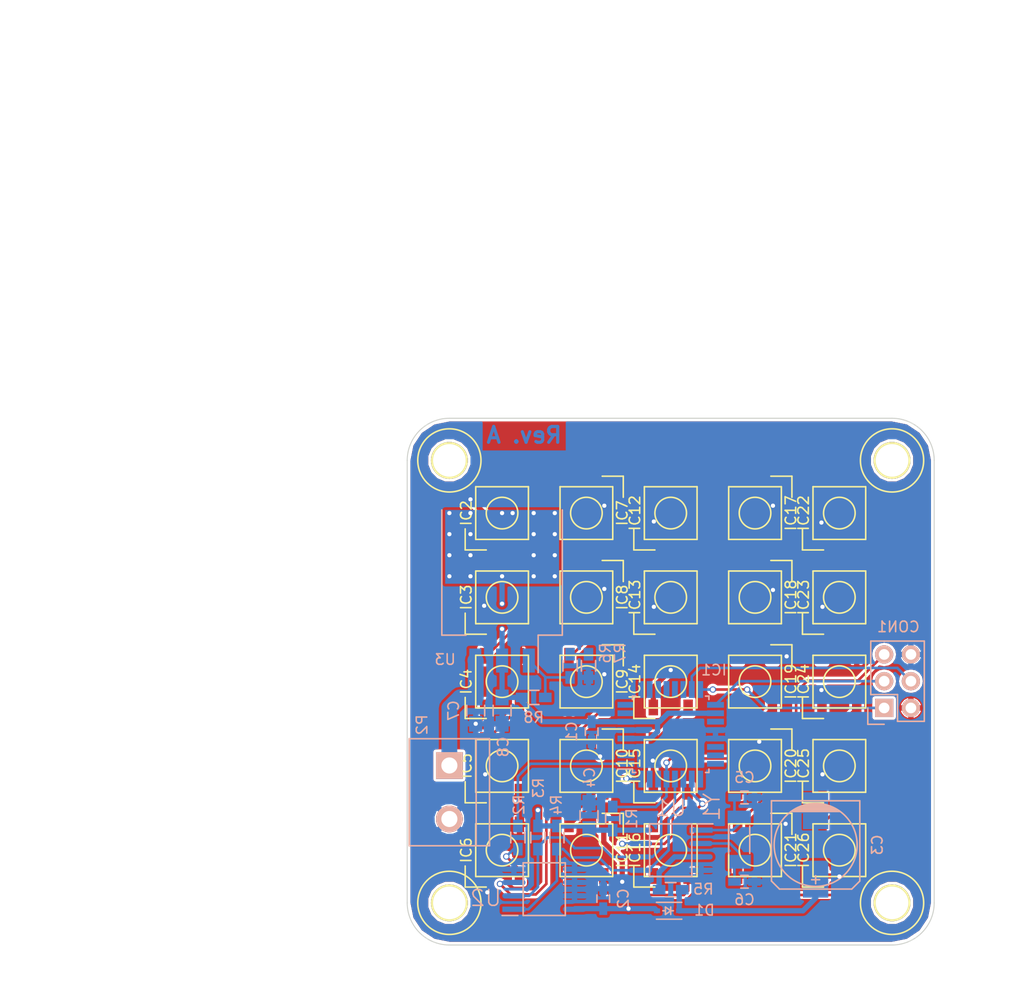
<source format=kicad_pcb>
(kicad_pcb (version 4) (host pcbnew "(2015-07-09 BZR 5919)-product")
  (layers (0 F.Cu signal) (31 B.Cu signal) (34 B.Paste user) (35 F.Paste user) (36 B.SilkS user) (37 F.SilkS user) (38 B.Mask user) (39 F.Mask user) (44 Edge.Cuts user))
  (net 0 "")
  (net 1 VCC)
  (net 2 GND)
  (net 3 /MISO)
  (net 4 /SCK)
  (net 5 /MOSI)
  (net 6 "Net-(IC1-Pad1)")
  (net 7 "Net-(IC1-Pad2)")
  (net 8 "Net-(IC1-Pad7)")
  (net 9 "Net-(IC1-Pad8)")
  (net 10 "Net-(IC1-Pad9)")
  (net 11 "Net-(IC1-Pad10)")
  (net 12 "Net-(IC1-Pad11)")
  (net 13 "Net-(IC1-Pad12)")
  (net 14 "Net-(IC1-Pad13)")
  (net 15 "Net-(IC1-Pad14)")
  (net 16 "Net-(IC1-Pad19)")
  (net 17 "Net-(IC1-Pad22)")
  (net 18 "Net-(IC1-Pad23)")
  (net 19 "Net-(IC1-Pad24)")
  (net 20 "Net-(IC1-Pad25)")
  (net 21 /SDA)
  (net 22 /SCL)
  (net 23 /~RESET)
  (net 24 "Net-(IC1-Pad30)")
  (net 25 "Net-(IC1-Pad31)")
  (net 26 "Net-(IC2-Pad2)")
  (net 27 "Net-(IC2-Pad4)")
  (net 28 "Net-(IC3-Pad4)")
  (net 29 "Net-(IC4-Pad4)")
  (net 30 "Net-(IC5-Pad4)")
  (net 31 /WSDATA)
  (net 32 "Net-(IC7-Pad2)")
  (net 33 "Net-(IC8-Pad2)")
  (net 34 "Net-(IC10-Pad4)")
  (net 35 "Net-(IC10-Pad2)")
  (net 36 "Net-(IC11-Pad2)")
  (net 37 "Net-(IC12-Pad2)")
  (net 38 "Net-(IC12-Pad4)")
  (net 39 "Net-(IC13-Pad4)")
  (net 40 "Net-(IC14-Pad4)")
  (net 41 "Net-(IC15-Pad4)")
  (net 42 "Net-(IC17-Pad2)")
  (net 43 "Net-(IC18-Pad2)")
  (net 44 "Net-(IC19-Pad2)")
  (net 45 "Net-(IC20-Pad2)")
  (net 46 "Net-(IC21-Pad2)")
  (net 47 "Net-(IC22-Pad2)")
  (net 48 "Net-(IC22-Pad4)")
  (net 49 "Net-(IC23-Pad4)")
  (net 50 "Net-(IC24-Pad4)")
  (net 51 "Net-(IC25-Pad4)")
  (net 52 "Net-(C5-Pad2)")
  (net 53 "Net-(C6-Pad2)")
  (net 54 "Net-(R6-Pad1)")
  (net 55 "Net-(R6-Pad2)")
  (net 56 /P_IN)
  (net 57 /B_CAP)
  (net 58 /RTC_BACK)
  (net 59 /RTC_ALM)
  (net 60 /LM75_ALM)
  (module LOGO (layer B.Cu) (at 164 91.2 180)
    (fp_text reference G*** hide)
    (fp_text value LOGO hide)
  )
  (module devthrash:Screw_PAN_Head_M3 (layer F.Cu) (at 135 83)
    (fp_text reference REF**)
    (fp_text value Screw_PAN_Head_M3 hide)
    (pad "" np_thru_hole circle (at 0 0) (size 3.5 3.5) (drill 3.1) (layers *.Cu *.Mask F.SilkS))
  )
  (module devthrash:Screw_PAN_Head_M3 (layer F.Cu) (at 177 83)
    (fp_text reference REF**)
    (fp_text value Screw_PAN_Head_M3 hide)
    (pad "" np_thru_hole circle (at 0 0) (size 3.5 3.5) (drill 3.1) (layers *.Cu *.Mask F.SilkS))
  )
  (module devthrash:Screw_PAN_Head_M3 (layer F.Cu) (at 135 125)
    (fp_text reference REF**)
    (fp_text value Screw_PAN_Head_M3 hide)
    (pad "" np_thru_hole circle (at 0 0) (size 3.5 3.5) (drill 3.1) (layers *.Cu *.Mask F.SilkS))
  )
  (module devthrash:Screw_PAN_Head_M3 (layer F.Cu) (at 177 125)
    (fp_text reference REF**)
    (fp_text value Screw_PAN_Head_M3 hide)
    (pad "" np_thru_hole circle (at 0 0) (size 3.5 3.5) (drill 3.1) (layers *.Cu *.Mask F.SilkS))
  )
  (module Capacitors_SMD:C_0603_HandSoldering (layer B.Cu) (at 148.5 108.75 270)
    (fp_text reference C1 (at 0 1.9 270) (layer B.SilkS) (effects (justify mirror)))
    (fp_text value 0.1u)
    (pad 1 smd rect (at -0.95 0 270) (size 1.2 0.75) (layers B.Cu B.Paste B.Mask) (net 1 VCC))
    (pad 2 smd rect (at 0.95 0 270) (size 1.2 0.75) (layers B.Cu B.Paste B.Mask) (net 2 GND))
  )
  (module Capacitors_SMD:C_0603_HandSoldering (layer B.Cu) (at 149.6 124.6 90)
    (fp_text reference C2 (at 0 1.9 90) (layer B.SilkS) (effects (justify mirror)))
    (fp_text value 0.1u)
    (pad 1 smd rect (at -0.95 0 90) (size 1.2 0.75) (layers B.Cu B.Paste B.Mask) (net 1 VCC))
    (pad 2 smd rect (at 0.95 0 90) (size 1.2 0.75) (layers B.Cu B.Paste B.Mask) (net 2 GND))
  )
  (module Capacitors_SMD:c_elec_8x10.5 (layer B.Cu) (at 169.75 119.5 270)
    (fp_text reference C3 (at 0 -5.85 270) (layer B.SilkS) (effects (justify mirror)))
    (fp_text value "SMD GC 0,22/5,5")
    (pad 1 smd rect (at 3.2512 0 270) (size 3.50012 2.4003) (layers B.Cu B.Paste B.Mask) (net 57 /B_CAP))
    (pad 2 smd rect (at -3.2512 0 270) (size 3.50012 2.4003) (layers B.Cu B.Paste B.Mask) (net 2 GND))
  )
  (module Capacitors_SMD:C_0805_HandSoldering (layer B.Cu) (at 148.25 116.75 90)
    (fp_text reference C4 (at 3.65 0.05 90) (layer B.SilkS) (effects (justify mirror)))
    (fp_text value 1u)
    (pad 1 smd rect (at -1.25 0 90) (size 1.5 1.25) (layers B.Cu B.Paste B.Mask) (net 1 VCC))
    (pad 2 smd rect (at 1.25 0 90) (size 1.5 1.25) (layers B.Cu B.Paste B.Mask) (net 2 GND))
  )
  (module Pin_Headers:Pin_Header_Straight_2x03 (layer B.Cu) (at 176.25 106.5)
    (fp_text reference CON1 (at 1.35 -7.7) (layer B.SilkS) (effects (justify mirror)))
    (fp_text value AVR-ISP-6)
    (pad 1 thru_hole rect (at 0 0) (size 1.7272 1.7272) (drill 1.016) (layers *.Cu *.Mask B.SilkS) (net 3 /MISO))
    (pad 2 thru_hole oval (at 2.54 0) (size 1.7272 1.7272) (drill 1.016) (layers *.Cu *.Mask B.SilkS) (net 1 VCC))
    (pad 3 thru_hole oval (at 0 -2.54) (size 1.7272 1.7272) (drill 1.016) (layers *.Cu *.Mask B.SilkS) (net 4 /SCK))
    (pad 4 thru_hole oval (at 2.54 -2.54) (size 1.7272 1.7272) (drill 1.016) (layers *.Cu *.Mask B.SilkS) (net 5 /MOSI))
    (pad 5 thru_hole oval (at 0 -5.08) (size 1.7272 1.7272) (drill 1.016) (layers *.Cu *.Mask B.SilkS) (net 23 /~RESET))
    (pad 6 thru_hole oval (at 2.54 -5.08) (size 1.7272 1.7272) (drill 1.016) (layers *.Cu *.Mask B.SilkS) (net 2 GND))
  )
  (module Diodes_SMD:SOD-323 (layer B.Cu) (at 155.75 125.75 180)
    (fp_text reference D1 (at -3.45 0.05 180) (layer B.SilkS) (effects (justify mirror)))
    (fp_text value 1N4148WS)
    (pad 1 smd rect (at -1.055 0 180) (size 0.59 0.45) (layers B.Cu B.Paste B.Mask) (net 57 /B_CAP))
    (pad 2 smd rect (at 1.055 0 180) (size 0.59 0.45) (layers B.Cu B.Paste B.Mask) (net 1 VCC))
  )
  (module Housings_QFP:TQFP-32_7x7mm_Pitch0.8mm (layer B.Cu) (at 156 109)
    (fp_text reference IC1 (at 4.1 -6.1) (layer B.SilkS) (effects (justify mirror)))
    (fp_text value ATMEGA8-AI)
    (pad 1 smd rect (at -4.25 2.8) (size 1.6 0.55) (layers B.Cu B.Paste B.Mask) (net 6 "Net-(IC1-Pad1)"))
    (pad 2 smd rect (at -4.25 2) (size 1.6 0.55) (layers B.Cu B.Paste B.Mask) (net 7 "Net-(IC1-Pad2)"))
    (pad 3 smd rect (at -4.25 1.2) (size 1.6 0.55) (layers B.Cu B.Paste B.Mask) (net 2 GND))
    (pad 4 smd rect (at -4.25 0.4) (size 1.6 0.55) (layers B.Cu B.Paste B.Mask) (net 1 VCC))
    (pad 5 smd rect (at -4.25 -0.4) (size 1.6 0.55) (layers B.Cu B.Paste B.Mask) (net 2 GND))
    (pad 6 smd rect (at -4.25 -1.2) (size 1.6 0.55) (layers B.Cu B.Paste B.Mask) (net 1 VCC))
    (pad 7 smd rect (at -4.25 -2) (size 1.6 0.55) (layers B.Cu B.Paste B.Mask) (net 8 "Net-(IC1-Pad7)"))
    (pad 8 smd rect (at -4.25 -2.8) (size 1.6 0.55) (layers B.Cu B.Paste B.Mask) (net 9 "Net-(IC1-Pad8)"))
    (pad 9 smd rect (at -2.8 -4.25 270) (size 1.6 0.55) (layers B.Cu B.Paste B.Mask) (net 10 "Net-(IC1-Pad9)"))
    (pad 10 smd rect (at -2 -4.25 270) (size 1.6 0.55) (layers B.Cu B.Paste B.Mask) (net 11 "Net-(IC1-Pad10)"))
    (pad 11 smd rect (at -1.2 -4.25 270) (size 1.6 0.55) (layers B.Cu B.Paste B.Mask) (net 12 "Net-(IC1-Pad11)"))
    (pad 12 smd rect (at -0.4 -4.25 270) (size 1.6 0.55) (layers B.Cu B.Paste B.Mask) (net 13 "Net-(IC1-Pad12)"))
    (pad 13 smd rect (at 0.4 -4.25 270) (size 1.6 0.55) (layers B.Cu B.Paste B.Mask) (net 14 "Net-(IC1-Pad13)"))
    (pad 14 smd rect (at 1.2 -4.25 270) (size 1.6 0.55) (layers B.Cu B.Paste B.Mask) (net 15 "Net-(IC1-Pad14)"))
    (pad 15 smd rect (at 2 -4.25 270) (size 1.6 0.55) (layers B.Cu B.Paste B.Mask) (net 5 /MOSI))
    (pad 16 smd rect (at 2.8 -4.25 270) (size 1.6 0.55) (layers B.Cu B.Paste B.Mask) (net 3 /MISO))
    (pad 17 smd rect (at 4.25 -2.8) (size 1.6 0.55) (layers B.Cu B.Paste B.Mask) (net 4 /SCK))
    (pad 18 smd rect (at 4.25 -2) (size 1.6 0.55) (layers B.Cu B.Paste B.Mask) (net 1 VCC))
    (pad 19 smd rect (at 4.25 -1.2) (size 1.6 0.55) (layers B.Cu B.Paste B.Mask) (net 16 "Net-(IC1-Pad19)"))
    (pad 20 smd rect (at 4.25 -0.4) (size 1.6 0.55) (layers B.Cu B.Paste B.Mask) (net 2 GND))
    (pad 21 smd rect (at 4.25 0.4) (size 1.6 0.55) (layers B.Cu B.Paste B.Mask) (net 2 GND))
    (pad 22 smd rect (at 4.25 1.2) (size 1.6 0.55) (layers B.Cu B.Paste B.Mask) (net 17 "Net-(IC1-Pad22)"))
    (pad 23 smd rect (at 4.25 2) (size 1.6 0.55) (layers B.Cu B.Paste B.Mask) (net 18 "Net-(IC1-Pad23)"))
    (pad 24 smd rect (at 4.25 2.8) (size 1.6 0.55) (layers B.Cu B.Paste B.Mask) (net 19 "Net-(IC1-Pad24)"))
    (pad 25 smd rect (at 2.8 4.25 270) (size 1.6 0.55) (layers B.Cu B.Paste B.Mask) (net 20 "Net-(IC1-Pad25)"))
    (pad 26 smd rect (at 2 4.25 270) (size 1.6 0.55) (layers B.Cu B.Paste B.Mask) (net 59 /RTC_ALM))
    (pad 27 smd rect (at 1.2 4.25 270) (size 1.6 0.55) (layers B.Cu B.Paste B.Mask) (net 21 /SDA))
    (pad 28 smd rect (at 0.4 4.25 270) (size 1.6 0.55) (layers B.Cu B.Paste B.Mask) (net 22 /SCL))
    (pad 29 smd rect (at -0.4 4.25 270) (size 1.6 0.55) (layers B.Cu B.Paste B.Mask) (net 23 /~RESET))
    (pad 30 smd rect (at -1.2 4.25 270) (size 1.6 0.55) (layers B.Cu B.Paste B.Mask) (net 24 "Net-(IC1-Pad30)"))
    (pad 31 smd rect (at -2 4.25 270) (size 1.6 0.55) (layers B.Cu B.Paste B.Mask) (net 25 "Net-(IC1-Pad31)"))
    (pad 32 smd rect (at -2.8 4.25 270) (size 1.6 0.55) (layers B.Cu B.Paste B.Mask) (net 60 /LM75_ALM))
  )
  (module Resistors_SMD:R_0603_HandSoldering (layer B.Cu) (at 150.5 117 90)
    (fp_text reference R1 (at 0 1.8 90) (layer B.SilkS) (effects (justify mirror)))
    (fp_text value 10k)
    (pad 1 smd rect (at -1.1 0 90) (size 1.2 0.9) (layers B.Cu B.Paste B.Mask) (net 1 VCC))
    (pad 2 smd rect (at 1.1 0 90) (size 1.2 0.9) (layers B.Cu B.Paste B.Mask) (net 23 /~RESET))
  )
  (module Resistors_SMD:R_0603_HandSoldering (layer B.Cu) (at 141.5 118.8 90)
    (fp_text reference R2 (at 3.1 0.1 90) (layer B.SilkS) (effects (justify mirror)))
    (fp_text value 150)
    (pad 1 smd rect (at -1.1 0 90) (size 1.2 0.9) (layers B.Cu B.Paste B.Mask) (net 31 /WSDATA))
    (pad 2 smd rect (at 1.1 0 90) (size 1.2 0.9) (layers B.Cu B.Paste B.Mask) (net 6 "Net-(IC1-Pad1)"))
  )
  (module Resistors_SMD:R_0603_HandSoldering (layer B.Cu) (at 143.4 118.8 90)
    (fp_text reference R3 (at 4.7 0.05 90) (layer B.SilkS) (effects (justify mirror)))
    (fp_text value 10k)
    (pad 1 smd rect (at -1.1 0 90) (size 1.2 0.9) (layers B.Cu B.Paste B.Mask) (net 22 /SCL))
    (pad 2 smd rect (at 1.1 0 90) (size 1.2 0.9) (layers B.Cu B.Paste B.Mask) (net 1 VCC))
  )
  (module Resistors_SMD:R_0603_HandSoldering (layer B.Cu) (at 145.2 118.8 270)
    (fp_text reference R4 (at -3.1 0.05 270) (layer B.SilkS) (effects (justify mirror)))
    (fp_text value 10k)
    (pad 1 smd rect (at -1.1 0 270) (size 1.2 0.9) (layers B.Cu B.Paste B.Mask) (net 1 VCC))
    (pad 2 smd rect (at 1.1 0 270) (size 1.2 0.9) (layers B.Cu B.Paste B.Mask) (net 21 /SDA))
  )
  (module Resistors_SMD:R_0603_HandSoldering (layer B.Cu) (at 156 123.75 180)
    (fp_text reference R5 (at -3.1 0.05 180) (layer B.SilkS) (effects (justify mirror)))
    (fp_text value 10)
    (pad 1 smd rect (at -1.1 0 180) (size 1.2 0.9) (layers B.Cu B.Paste B.Mask) (net 57 /B_CAP))
    (pad 2 smd rect (at 1.1 0 180) (size 1.2 0.9) (layers B.Cu B.Paste B.Mask) (net 58 /RTC_BACK))
  )
  (module devthrash:SO8 (layer B.Cu) (at 156 120 180)
    (fp_text reference U1 (at 0 4 180) (layer B.SilkS) (effects (font (size 1.5 1.5)) (justify mirror)))
    (fp_text value MCP79410 hide)
    (pad 1 connect rect (at -2.875 1.905 180) (size 2.2 0.5) (layers B.Cu B.Mask) (net 52 "Net-(C5-Pad2)"))
    (pad 2 connect oval (at -2.875 0.635 180) (size 2.2 0.5) (layers B.Cu B.Mask) (net 53 "Net-(C6-Pad2)"))
    (pad 3 connect oval (at -2.875 -0.635 180) (size 2.2 0.5) (layers B.Cu B.Mask) (net 58 /RTC_BACK))
    (pad 4 connect oval (at -2.875 -1.905 180) (size 2.2 0.5) (layers B.Cu B.Mask) (net 2 GND))
    (pad 5 connect oval (at 2.875 -1.905 180) (size 2.2 0.5) (layers B.Cu B.Mask) (net 21 /SDA))
    (pad 6 connect oval (at 2.875 -0.635 180) (size 2.2 0.5) (layers B.Cu B.Mask) (net 22 /SCL))
    (pad 7 connect oval (at 2.875 0.635 180) (size 2.2 0.5) (layers B.Cu B.Mask) (net 59 /RTC_ALM))
    (pad 8 connect oval (at 2.875 1.905 180) (size 2.2 0.5) (layers B.Cu B.Mask) (net 1 VCC))
  )
  (module devthrash:SO8 (layer B.Cu) (at 144 123.7)
    (fp_text reference U2 (at -5.55 0.85) (layer B.SilkS) (effects (font (size 1.5 1.5)) (justify mirror)))
    (fp_text value LM75 hide)
    (pad 1 connect rect (at -2.875 1.905) (size 2.2 0.5) (layers B.Cu B.Mask) (net 21 /SDA))
    (pad 2 connect oval (at -2.875 0.635) (size 2.2 0.5) (layers B.Cu B.Mask) (net 22 /SCL))
    (pad 3 connect oval (at -2.875 -0.635) (size 2.2 0.5) (layers B.Cu B.Mask) (net 60 /LM75_ALM))
    (pad 4 connect oval (at -2.875 -1.905) (size 2.2 0.5) (layers B.Cu B.Mask) (net 2 GND))
    (pad 5 connect oval (at 2.875 -1.905) (size 2.2 0.5) (layers B.Cu B.Mask) (net 2 GND))
    (pad 6 connect oval (at 2.875 -0.635) (size 2.2 0.5) (layers B.Cu B.Mask) (net 2 GND))
    (pad 7 connect oval (at 2.875 0.635) (size 2.2 0.5) (layers B.Cu B.Mask) (net 2 GND))
    (pad 8 connect oval (at 2.875 1.905) (size 2.2 0.5) (layers B.Cu B.Mask) (net 1 VCC))
  )
  (module devthrash:CC4V-T1A (layer B.Cu) (at 162.5 119 270)
    (fp_text reference Y1 (at -3.1 2.6 270) (layer B.SilkS) (effects (font (size 1.5 1.5)) (justify mirror)))
    (fp_text value CC4V-T1A-32768 hide)
    (pad 1 smd rect (at -2.1 0 270) (size 1.3 2.2) (layers B.Cu B.Paste B.Mask) (net 52 "Net-(C5-Pad2)"))
    (pad 2 smd rect (at 2.1 0 270) (size 1.3 2.2) (layers B.Cu B.Paste B.Mask) (net 53 "Net-(C6-Pad2)"))
  )
  (module devthrash:WS2812B (layer F.Cu) (at 140 88 270)
    (fp_text reference IC2 (at 0 3.4 270) (layer F.SilkS))
    (fp_text value WS2812B hide)
    (pad 1 smd rect (at -2.45 -1.65 270) (size 1.5 0.9) (layers F.Cu F.Paste F.Mask) (net 1 VCC))
    (pad 2 smd rect (at -2.45 1.65 270) (size 1.5 0.9) (layers F.Cu F.Paste F.Mask) (net 26 "Net-(IC2-Pad2)"))
    (pad 3 smd rect (at 2.45 1.65 270) (size 1.5 0.9) (layers F.Cu F.Paste F.Mask) (net 2 GND))
    (pad 4 smd rect (at 2.45 -1.65 270) (size 1.5 0.9) (layers F.Cu F.Paste F.Mask) (net 27 "Net-(IC2-Pad4)"))
  )
  (module devthrash:WS2812B (layer F.Cu) (at 140 96 270)
    (fp_text reference IC3 (at 0 3.4 270) (layer F.SilkS))
    (fp_text value WS2812B hide)
    (pad 1 smd rect (at -2.45 -1.65 270) (size 1.5 0.9) (layers F.Cu F.Paste F.Mask) (net 1 VCC))
    (pad 2 smd rect (at -2.45 1.65 270) (size 1.5 0.9) (layers F.Cu F.Paste F.Mask) (net 27 "Net-(IC2-Pad4)"))
    (pad 3 smd rect (at 2.45 1.65 270) (size 1.5 0.9) (layers F.Cu F.Paste F.Mask) (net 2 GND))
    (pad 4 smd rect (at 2.45 -1.65 270) (size 1.5 0.9) (layers F.Cu F.Paste F.Mask) (net 28 "Net-(IC3-Pad4)"))
  )
  (module devthrash:WS2812B (layer F.Cu) (at 140 104 270)
    (fp_text reference IC4 (at 0 3.4 270) (layer F.SilkS))
    (fp_text value WS2812B hide)
    (pad 1 smd rect (at -2.45 -1.65 270) (size 1.5 0.9) (layers F.Cu F.Paste F.Mask) (net 1 VCC))
    (pad 2 smd rect (at -2.45 1.65 270) (size 1.5 0.9) (layers F.Cu F.Paste F.Mask) (net 28 "Net-(IC3-Pad4)"))
    (pad 3 smd rect (at 2.45 1.65 270) (size 1.5 0.9) (layers F.Cu F.Paste F.Mask) (net 2 GND))
    (pad 4 smd rect (at 2.45 -1.65 270) (size 1.5 0.9) (layers F.Cu F.Paste F.Mask) (net 29 "Net-(IC4-Pad4)"))
  )
  (module devthrash:WS2812B (layer F.Cu) (at 140 112 270)
    (fp_text reference IC5 (at 0 3.4 270) (layer F.SilkS))
    (fp_text value WS2812B hide)
    (pad 1 smd rect (at -2.45 -1.65 270) (size 1.5 0.9) (layers F.Cu F.Paste F.Mask) (net 1 VCC))
    (pad 2 smd rect (at -2.45 1.65 270) (size 1.5 0.9) (layers F.Cu F.Paste F.Mask) (net 29 "Net-(IC4-Pad4)"))
    (pad 3 smd rect (at 2.45 1.65 270) (size 1.5 0.9) (layers F.Cu F.Paste F.Mask) (net 2 GND))
    (pad 4 smd rect (at 2.45 -1.65 270) (size 1.5 0.9) (layers F.Cu F.Paste F.Mask) (net 30 "Net-(IC5-Pad4)"))
  )
  (module devthrash:WS2812B (layer F.Cu) (at 140 120 270)
    (fp_text reference IC6 (at 0 3.4 270) (layer F.SilkS))
    (fp_text value WS2812B hide)
    (pad 1 smd rect (at -2.45 -1.65 270) (size 1.5 0.9) (layers F.Cu F.Paste F.Mask) (net 1 VCC))
    (pad 2 smd rect (at -2.45 1.65 270) (size 1.5 0.9) (layers F.Cu F.Paste F.Mask) (net 30 "Net-(IC5-Pad4)"))
    (pad 3 smd rect (at 2.45 1.65 270) (size 1.5 0.9) (layers F.Cu F.Paste F.Mask) (net 2 GND))
    (pad 4 smd rect (at 2.45 -1.65 270) (size 1.5 0.9) (layers F.Cu F.Paste F.Mask) (net 31 /WSDATA))
  )
  (module devthrash:WS2812B (layer F.Cu) (at 148 88 90)
    (fp_text reference IC7 (at 0 3.4 90) (layer F.SilkS))
    (fp_text value WS2812B hide)
    (pad 1 smd rect (at -2.45 -1.65 90) (size 1.5 0.9) (layers F.Cu F.Paste F.Mask) (net 1 VCC))
    (pad 2 smd rect (at -2.45 1.65 90) (size 1.5 0.9) (layers F.Cu F.Paste F.Mask) (net 32 "Net-(IC7-Pad2)"))
    (pad 3 smd rect (at 2.45 1.65 90) (size 1.5 0.9) (layers F.Cu F.Paste F.Mask) (net 2 GND))
    (pad 4 smd rect (at 2.45 -1.65 90) (size 1.5 0.9) (layers F.Cu F.Paste F.Mask) (net 26 "Net-(IC2-Pad2)"))
  )
  (module devthrash:WS2812B (layer F.Cu) (at 148 96 90)
    (fp_text reference IC8 (at 0 3.4 90) (layer F.SilkS))
    (fp_text value WS2812B hide)
    (pad 1 smd rect (at -2.45 -1.65 90) (size 1.5 0.9) (layers F.Cu F.Paste F.Mask) (net 1 VCC))
    (pad 2 smd rect (at -2.45 1.65 90) (size 1.5 0.9) (layers F.Cu F.Paste F.Mask) (net 33 "Net-(IC8-Pad2)"))
    (pad 3 smd rect (at 2.45 1.65 90) (size 1.5 0.9) (layers F.Cu F.Paste F.Mask) (net 2 GND))
    (pad 4 smd rect (at 2.45 -1.65 90) (size 1.5 0.9) (layers F.Cu F.Paste F.Mask) (net 32 "Net-(IC7-Pad2)"))
  )
  (module devthrash:WS2812B (layer F.Cu) (at 148 104 90)
    (fp_text reference IC9 (at 0 3.4 90) (layer F.SilkS))
    (fp_text value WS2812B hide)
    (pad 1 smd rect (at -2.45 -1.65 90) (size 1.5 0.9) (layers F.Cu F.Paste F.Mask) (net 1 VCC))
    (pad 2 smd rect (at -2.45 1.65 90) (size 1.5 0.9) (layers F.Cu F.Paste F.Mask) (net 34 "Net-(IC10-Pad4)"))
    (pad 3 smd rect (at 2.45 1.65 90) (size 1.5 0.9) (layers F.Cu F.Paste F.Mask) (net 2 GND))
    (pad 4 smd rect (at 2.45 -1.65 90) (size 1.5 0.9) (layers F.Cu F.Paste F.Mask) (net 33 "Net-(IC8-Pad2)"))
  )
  (module devthrash:WS2812B (layer F.Cu) (at 148 112 90)
    (fp_text reference IC10 (at 0 3.4 90) (layer F.SilkS))
    (fp_text value WS2812B hide)
    (pad 1 smd rect (at -2.45 -1.65 90) (size 1.5 0.9) (layers F.Cu F.Paste F.Mask) (net 1 VCC))
    (pad 2 smd rect (at -2.45 1.65 90) (size 1.5 0.9) (layers F.Cu F.Paste F.Mask) (net 35 "Net-(IC10-Pad2)"))
    (pad 3 smd rect (at 2.45 1.65 90) (size 1.5 0.9) (layers F.Cu F.Paste F.Mask) (net 2 GND))
    (pad 4 smd rect (at 2.45 -1.65 90) (size 1.5 0.9) (layers F.Cu F.Paste F.Mask) (net 34 "Net-(IC10-Pad4)"))
  )
  (module devthrash:WS2812B (layer F.Cu) (at 148 120 90)
    (fp_text reference IC11 (at 0 3.4 90) (layer F.SilkS))
    (fp_text value WS2812B hide)
    (pad 1 smd rect (at -2.45 -1.65 90) (size 1.5 0.9) (layers F.Cu F.Paste F.Mask) (net 1 VCC))
    (pad 2 smd rect (at -2.45 1.65 90) (size 1.5 0.9) (layers F.Cu F.Paste F.Mask) (net 36 "Net-(IC11-Pad2)"))
    (pad 3 smd rect (at 2.45 1.65 90) (size 1.5 0.9) (layers F.Cu F.Paste F.Mask) (net 2 GND))
    (pad 4 smd rect (at 2.45 -1.65 90) (size 1.5 0.9) (layers F.Cu F.Paste F.Mask) (net 35 "Net-(IC10-Pad2)"))
  )
  (module devthrash:WS2812B (layer F.Cu) (at 156 88 270)
    (fp_text reference IC12 (at 0 3.4 270) (layer F.SilkS))
    (fp_text value WS2812B hide)
    (pad 1 smd rect (at -2.45 -1.65 270) (size 1.5 0.9) (layers F.Cu F.Paste F.Mask) (net 1 VCC))
    (pad 2 smd rect (at -2.45 1.65 270) (size 1.5 0.9) (layers F.Cu F.Paste F.Mask) (net 37 "Net-(IC12-Pad2)"))
    (pad 3 smd rect (at 2.45 1.65 270) (size 1.5 0.9) (layers F.Cu F.Paste F.Mask) (net 2 GND))
    (pad 4 smd rect (at 2.45 -1.65 270) (size 1.5 0.9) (layers F.Cu F.Paste F.Mask) (net 38 "Net-(IC12-Pad4)"))
  )
  (module devthrash:WS2812B (layer F.Cu) (at 156 96 270)
    (fp_text reference IC13 (at 0 3.4 270) (layer F.SilkS))
    (fp_text value WS2812B hide)
    (pad 1 smd rect (at -2.45 -1.65 270) (size 1.5 0.9) (layers F.Cu F.Paste F.Mask) (net 1 VCC))
    (pad 2 smd rect (at -2.45 1.65 270) (size 1.5 0.9) (layers F.Cu F.Paste F.Mask) (net 38 "Net-(IC12-Pad4)"))
    (pad 3 smd rect (at 2.45 1.65 270) (size 1.5 0.9) (layers F.Cu F.Paste F.Mask) (net 2 GND))
    (pad 4 smd rect (at 2.45 -1.65 270) (size 1.5 0.9) (layers F.Cu F.Paste F.Mask) (net 39 "Net-(IC13-Pad4)"))
  )
  (module devthrash:WS2812B (layer F.Cu) (at 156 104 270)
    (fp_text reference IC14 (at 0 3.4 270) (layer F.SilkS))
    (fp_text value WS2812B hide)
    (pad 1 smd rect (at -2.45 -1.65 270) (size 1.5 0.9) (layers F.Cu F.Paste F.Mask) (net 1 VCC))
    (pad 2 smd rect (at -2.45 1.65 270) (size 1.5 0.9) (layers F.Cu F.Paste F.Mask) (net 39 "Net-(IC13-Pad4)"))
    (pad 3 smd rect (at 2.45 1.65 270) (size 1.5 0.9) (layers F.Cu F.Paste F.Mask) (net 2 GND))
    (pad 4 smd rect (at 2.45 -1.65 270) (size 1.5 0.9) (layers F.Cu F.Paste F.Mask) (net 40 "Net-(IC14-Pad4)"))
  )
  (module devthrash:WS2812B (layer F.Cu) (at 156 112 270)
    (fp_text reference IC15 (at 0 3.4 270) (layer F.SilkS))
    (fp_text value WS2812B hide)
    (pad 1 smd rect (at -2.45 -1.65 270) (size 1.5 0.9) (layers F.Cu F.Paste F.Mask) (net 1 VCC))
    (pad 2 smd rect (at -2.45 1.65 270) (size 1.5 0.9) (layers F.Cu F.Paste F.Mask) (net 40 "Net-(IC14-Pad4)"))
    (pad 3 smd rect (at 2.45 1.65 270) (size 1.5 0.9) (layers F.Cu F.Paste F.Mask) (net 2 GND))
    (pad 4 smd rect (at 2.45 -1.65 270) (size 1.5 0.9) (layers F.Cu F.Paste F.Mask) (net 41 "Net-(IC15-Pad4)"))
  )
  (module devthrash:WS2812B (layer F.Cu) (at 156 120 270)
    (fp_text reference IC16 (at 0 3.4 270) (layer F.SilkS))
    (fp_text value WS2812B hide)
    (pad 1 smd rect (at -2.45 -1.65 270) (size 1.5 0.9) (layers F.Cu F.Paste F.Mask) (net 1 VCC))
    (pad 2 smd rect (at -2.45 1.65 270) (size 1.5 0.9) (layers F.Cu F.Paste F.Mask) (net 41 "Net-(IC15-Pad4)"))
    (pad 3 smd rect (at 2.45 1.65 270) (size 1.5 0.9) (layers F.Cu F.Paste F.Mask) (net 2 GND))
    (pad 4 smd rect (at 2.45 -1.65 270) (size 1.5 0.9) (layers F.Cu F.Paste F.Mask) (net 36 "Net-(IC11-Pad2)"))
  )
  (module devthrash:WS2812B (layer F.Cu) (at 164 88 90)
    (fp_text reference IC17 (at 0 3.4 90) (layer F.SilkS))
    (fp_text value WS2812B hide)
    (pad 1 smd rect (at -2.45 -1.65 90) (size 1.5 0.9) (layers F.Cu F.Paste F.Mask) (net 1 VCC))
    (pad 2 smd rect (at -2.45 1.65 90) (size 1.5 0.9) (layers F.Cu F.Paste F.Mask) (net 42 "Net-(IC17-Pad2)"))
    (pad 3 smd rect (at 2.45 1.65 90) (size 1.5 0.9) (layers F.Cu F.Paste F.Mask) (net 2 GND))
    (pad 4 smd rect (at 2.45 -1.65 90) (size 1.5 0.9) (layers F.Cu F.Paste F.Mask) (net 37 "Net-(IC12-Pad2)"))
  )
  (module devthrash:WS2812B (layer F.Cu) (at 164 96 90)
    (fp_text reference IC18 (at 0 3.4 90) (layer F.SilkS))
    (fp_text value WS2812B hide)
    (pad 1 smd rect (at -2.45 -1.65 90) (size 1.5 0.9) (layers F.Cu F.Paste F.Mask) (net 1 VCC))
    (pad 2 smd rect (at -2.45 1.65 90) (size 1.5 0.9) (layers F.Cu F.Paste F.Mask) (net 43 "Net-(IC18-Pad2)"))
    (pad 3 smd rect (at 2.45 1.65 90) (size 1.5 0.9) (layers F.Cu F.Paste F.Mask) (net 2 GND))
    (pad 4 smd rect (at 2.45 -1.65 90) (size 1.5 0.9) (layers F.Cu F.Paste F.Mask) (net 42 "Net-(IC17-Pad2)"))
  )
  (module devthrash:WS2812B (layer F.Cu) (at 164 104 90)
    (fp_text reference IC19 (at 0 3.4 90) (layer F.SilkS))
    (fp_text value WS2812B hide)
    (pad 1 smd rect (at -2.45 -1.65 90) (size 1.5 0.9) (layers F.Cu F.Paste F.Mask) (net 1 VCC))
    (pad 2 smd rect (at -2.45 1.65 90) (size 1.5 0.9) (layers F.Cu F.Paste F.Mask) (net 44 "Net-(IC19-Pad2)"))
    (pad 3 smd rect (at 2.45 1.65 90) (size 1.5 0.9) (layers F.Cu F.Paste F.Mask) (net 2 GND))
    (pad 4 smd rect (at 2.45 -1.65 90) (size 1.5 0.9) (layers F.Cu F.Paste F.Mask) (net 43 "Net-(IC18-Pad2)"))
  )
  (module devthrash:WS2812B (layer F.Cu) (at 164 112 90)
    (fp_text reference IC20 (at 0 3.4 90) (layer F.SilkS))
    (fp_text value WS2812B hide)
    (pad 1 smd rect (at -2.45 -1.65 90) (size 1.5 0.9) (layers F.Cu F.Paste F.Mask) (net 1 VCC))
    (pad 2 smd rect (at -2.45 1.65 90) (size 1.5 0.9) (layers F.Cu F.Paste F.Mask) (net 45 "Net-(IC20-Pad2)"))
    (pad 3 smd rect (at 2.45 1.65 90) (size 1.5 0.9) (layers F.Cu F.Paste F.Mask) (net 2 GND))
    (pad 4 smd rect (at 2.45 -1.65 90) (size 1.5 0.9) (layers F.Cu F.Paste F.Mask) (net 44 "Net-(IC19-Pad2)"))
  )
  (module devthrash:WS2812B (layer F.Cu) (at 164 120 90)
    (fp_text reference IC21 (at 0 3.4 90) (layer F.SilkS))
    (fp_text value WS2812B hide)
    (pad 1 smd rect (at -2.45 -1.65 90) (size 1.5 0.9) (layers F.Cu F.Paste F.Mask) (net 1 VCC))
    (pad 2 smd rect (at -2.45 1.65 90) (size 1.5 0.9) (layers F.Cu F.Paste F.Mask) (net 46 "Net-(IC21-Pad2)"))
    (pad 3 smd rect (at 2.45 1.65 90) (size 1.5 0.9) (layers F.Cu F.Paste F.Mask) (net 2 GND))
    (pad 4 smd rect (at 2.45 -1.65 90) (size 1.5 0.9) (layers F.Cu F.Paste F.Mask) (net 45 "Net-(IC20-Pad2)"))
  )
  (module devthrash:WS2812B (layer F.Cu) (at 172 88 270)
    (fp_text reference IC22 (at 0 3.4 270) (layer F.SilkS))
    (fp_text value WS2812B hide)
    (pad 1 smd rect (at -2.45 -1.65 270) (size 1.5 0.9) (layers F.Cu F.Paste F.Mask) (net 1 VCC))
    (pad 2 smd rect (at -2.45 1.65 270) (size 1.5 0.9) (layers F.Cu F.Paste F.Mask) (net 47 "Net-(IC22-Pad2)"))
    (pad 3 smd rect (at 2.45 1.65 270) (size 1.5 0.9) (layers F.Cu F.Paste F.Mask) (net 2 GND))
    (pad 4 smd rect (at 2.45 -1.65 270) (size 1.5 0.9) (layers F.Cu F.Paste F.Mask) (net 48 "Net-(IC22-Pad4)"))
  )
  (module devthrash:WS2812B (layer F.Cu) (at 172 96 270)
    (fp_text reference IC23 (at 0 3.4 270) (layer F.SilkS))
    (fp_text value WS2812B hide)
    (pad 1 smd rect (at -2.45 -1.65 270) (size 1.5 0.9) (layers F.Cu F.Paste F.Mask) (net 1 VCC))
    (pad 2 smd rect (at -2.45 1.65 270) (size 1.5 0.9) (layers F.Cu F.Paste F.Mask) (net 48 "Net-(IC22-Pad4)"))
    (pad 3 smd rect (at 2.45 1.65 270) (size 1.5 0.9) (layers F.Cu F.Paste F.Mask) (net 2 GND))
    (pad 4 smd rect (at 2.45 -1.65 270) (size 1.5 0.9) (layers F.Cu F.Paste F.Mask) (net 49 "Net-(IC23-Pad4)"))
  )
  (module devthrash:WS2812B (layer F.Cu) (at 172 104 270)
    (fp_text reference IC24 (at 0 3.4 270) (layer F.SilkS))
    (fp_text value WS2812B hide)
    (pad 1 smd rect (at -2.45 -1.65 270) (size 1.5 0.9) (layers F.Cu F.Paste F.Mask) (net 1 VCC))
    (pad 2 smd rect (at -2.45 1.65 270) (size 1.5 0.9) (layers F.Cu F.Paste F.Mask) (net 49 "Net-(IC23-Pad4)"))
    (pad 3 smd rect (at 2.45 1.65 270) (size 1.5 0.9) (layers F.Cu F.Paste F.Mask) (net 2 GND))
    (pad 4 smd rect (at 2.45 -1.65 270) (size 1.5 0.9) (layers F.Cu F.Paste F.Mask) (net 50 "Net-(IC24-Pad4)"))
  )
  (module devthrash:WS2812B (layer F.Cu) (at 172 112 270)
    (fp_text reference IC25 (at 0 3.4 270) (layer F.SilkS))
    (fp_text value WS2812B hide)
    (pad 1 smd rect (at -2.45 -1.65 270) (size 1.5 0.9) (layers F.Cu F.Paste F.Mask) (net 1 VCC))
    (pad 2 smd rect (at -2.45 1.65 270) (size 1.5 0.9) (layers F.Cu F.Paste F.Mask) (net 50 "Net-(IC24-Pad4)"))
    (pad 3 smd rect (at 2.45 1.65 270) (size 1.5 0.9) (layers F.Cu F.Paste F.Mask) (net 2 GND))
    (pad 4 smd rect (at 2.45 -1.65 270) (size 1.5 0.9) (layers F.Cu F.Paste F.Mask) (net 51 "Net-(IC25-Pad4)"))
  )
  (module devthrash:WS2812B (layer F.Cu) (at 172 120 270)
    (fp_text reference IC26 (at 0 3.4 270) (layer F.SilkS))
    (fp_text value WS2812B hide)
    (pad 1 smd rect (at -2.45 -1.65 270) (size 1.5 0.9) (layers F.Cu F.Paste F.Mask) (net 1 VCC))
    (pad 2 smd rect (at -2.45 1.65 270) (size 1.5 0.9) (layers F.Cu F.Paste F.Mask) (net 51 "Net-(IC25-Pad4)"))
    (pad 3 smd rect (at 2.45 1.65 270) (size 1.5 0.9) (layers F.Cu F.Paste F.Mask) (net 2 GND))
    (pad 4 smd rect (at 2.45 -1.65 270) (size 1.5 0.9) (layers F.Cu F.Paste F.Mask) (net 46 "Net-(IC21-Pad2)"))
  )
  (module Capacitors_SMD:C_0603_HandSoldering (layer B.Cu) (at 163 115 180)
    (fp_text reference C5 (at 0 1.9 180) (layer B.SilkS) (effects (justify mirror)))
    (fp_text value C)
    (pad 1 smd rect (at -0.95 0 180) (size 1.2 0.75) (layers B.Cu B.Paste B.Mask) (net 2 GND))
    (pad 2 smd rect (at 0.95 0 180) (size 1.2 0.75) (layers B.Cu B.Paste B.Mask) (net 52 "Net-(C5-Pad2)"))
  )
  (module Capacitors_SMD:C_0603_HandSoldering (layer B.Cu) (at 163 123 180)
    (fp_text reference C6 (at 0 -1.7 180) (layer B.SilkS) (effects (justify mirror)))
    (fp_text value C)
    (pad 1 smd rect (at -0.95 0 180) (size 1.2 0.75) (layers B.Cu B.Paste B.Mask) (net 2 GND))
    (pad 2 smd rect (at 0.95 0 180) (size 1.2 0.75) (layers B.Cu B.Paste B.Mask) (net 53 "Net-(C6-Pad2)"))
  )
  (module Connect:bornier2 (layer B.Cu) (at 135 114.5 270)
    (fp_text reference P2 (at -6.4 2.6 270) (layer B.SilkS) (effects (justify mirror)))
    (fp_text value POWER)
    (pad 1 thru_hole rect (at -2.54 0 270) (size 2.54 2.54) (drill 1.524) (layers *.Cu *.Mask B.SilkS) (net 56 /P_IN))
    (pad 2 thru_hole circle (at 2.54 0 270) (size 2.54 2.54) (drill 1.524) (layers *.Cu *.Mask B.SilkS) (net 2 GND))
  )
  (module Capacitors_SMD:C_0805_HandSoldering (layer B.Cu) (at 137.5 106.75 270)
    (fp_text reference C7 (at 0 2.1 270) (layer B.SilkS) (effects (justify mirror)))
    (fp_text value 1u)
    (pad 1 smd rect (at -1.25 0 270) (size 1.5 1.25) (layers B.Cu B.Paste B.Mask) (net 56 /P_IN))
    (pad 2 smd rect (at 1.25 0 270) (size 1.5 1.25) (layers B.Cu B.Paste B.Mask) (net 2 GND))
  )
  (module Capacitors_SMD:C_0805_HandSoldering (layer B.Cu) (at 140 106.75 270)
    (fp_text reference C8 (at 3.45 -0.1 270) (layer B.SilkS) (effects (justify mirror)))
    (fp_text value 1u)
    (pad 1 smd rect (at -1.25 0 270) (size 1.5 1.25) (layers B.Cu B.Paste B.Mask) (net 1 VCC))
    (pad 2 smd rect (at 1.25 0 270) (size 1.5 1.25) (layers B.Cu B.Paste B.Mask) (net 2 GND))
  )
  (module Resistors_SMD:R_0603_HandSoldering (layer B.Cu) (at 146.45 102.5 90)
    (fp_text reference R6 (at 1.2 3.35 90) (layer B.SilkS) (effects (justify mirror)))
    (fp_text value 330)
    (pad 1 smd rect (at -1.1 0 90) (size 1.2 0.9) (layers B.Cu B.Paste B.Mask) (net 54 "Net-(R6-Pad1)"))
    (pad 2 smd rect (at 1.1 0 90) (size 1.2 0.9) (layers B.Cu B.Paste B.Mask) (net 55 "Net-(R6-Pad2)"))
  )
  (module Resistors_SMD:R_0603_HandSoldering (layer B.Cu) (at 148.2 102.5 270)
    (fp_text reference R7 (at -1.2 -3 270) (layer B.SilkS) (effects (justify mirror)))
    (fp_text value 330)
    (pad 1 smd rect (at -1.1 0 270) (size 1.2 0.9) (layers B.Cu B.Paste B.Mask) (net 55 "Net-(R6-Pad2)"))
    (pad 2 smd rect (at 1.1 0 270) (size 1.2 0.9) (layers B.Cu B.Paste B.Mask) (net 2 GND))
  )
  (module Resistors_SMD:R_0603_HandSoldering (layer B.Cu) (at 143 105.5)
    (fp_text reference R8 (at 0 1.9) (layer B.SilkS) (effects (justify mirror)))
    (fp_text value 220)
    (pad 1 smd rect (at -1.1 0) (size 1.2 0.9) (layers B.Cu B.Paste B.Mask) (net 1 VCC))
    (pad 2 smd rect (at 1.1 0) (size 1.2 0.9) (layers B.Cu B.Paste B.Mask) (net 54 "Net-(R6-Pad1)"))
  )
  (module SMD_Packages:TO-263 (layer B.Cu) (at 140 102 180)
    (fp_text reference U3 (at 5.4 0.1 180) (layer B.SilkS) (effects (justify mirror)))
    (fp_text value LM317S)
    (pad 2 smd rect (at 0 0 180) (size 1.143 2.286) (layers B.Cu B.Paste B.Mask) (net 1 VCC))
    (pad 2 smd rect (at 0 10.795 180) (size 10.80008 6.9977) (layers B.Cu B.Paste B.Mask) (net 1 VCC))
    (pad 3 smd rect (at 2.54 0 180) (size 1.143 2.286) (layers B.Cu B.Paste B.Mask) (net 56 /P_IN))
    (pad 1 smd rect (at -2.54 0 180) (size 1.143 2.286) (layers B.Cu B.Paste B.Mask) (net 54 "Net-(R6-Pad1)"))
  )
  (gr_text "Rev. A" (at 142.1 80.6) (layer B.Cu) (effects (font (size 1.5 1.5) (thickness 0.3)) (justify mirror)))
  (gr_line (start 181 125) (end 181 83) (angle 90) (layer Edge.Cuts) (width 0.1))
  (gr_line (start 177 129) (end 135 129) (angle 90) (layer Edge.Cuts) (width 0.1))
  (gr_arc (start 177 125) (end 181 125) (angle 90) (layer Edge.Cuts) (width 0.1))
  (gr_line (start 177 79) (end 135 79) (angle 90) (layer Edge.Cuts) (width 0.1))
  (gr_arc (start 177 83) (end 177 79) (angle 90) (layer Edge.Cuts) (width 0.1))
  (gr_line (start 131 83) (end 131 125) (angle 90) (layer Edge.Cuts) (width 0.1))
  (gr_arc (start 135 125) (end 135 129) (angle 90) (layer Edge.Cuts) (width 0.1))
  (gr_arc (start 135 83) (end 131 83) (angle 90) (layer Edge.Cuts) (width 0.1))
  (segment (start 143.4 117.7) (end 143.4 116.2) (width 0.5) (layer B.Cu) (net 1))
  (via (at 143.4 116.2) (size 0.6) (drill 0.4) (layers F.Cu B.Cu) (net 1))
  (via (at 152 125.55) (size 0.6) (drill 0.4) (layers F.Cu B.Cu) (net 1))
  (segment (start 152 125.55) (end 152 125.5) (width 0.5) (layer F.Cu) (net 1))
  (segment (start 149.6 125.55) (end 152 125.55) (width 0.5) (layer B.Cu) (net 1))
  (segment (start 152 125.55) (end 154.495 125.55) (width 0.5) (layer B.Cu) (net 1))
  (segment (start 154.495 125.55) (end 154.695 125.75) (width 0.5) (layer B.Cu) (net 1))
  (segment (start 149.6 125.55) (end 146.93 125.55) (width 0.5) (layer B.Cu) (net 1))
  (segment (start 146.93 125.55) (end 146.875 125.605) (width 0.5) (layer B.Cu) (net 1))
  (segment (start 145.2 117.7) (end 147.95 117.7) (width 0.5) (layer B.Cu) (net 1))
  (segment (start 147.95 117.7) (end 148.25 118) (width 0.5) (layer B.Cu) (net 1))
  (segment (start 143.4 117.7) (end 145.2 117.7) (width 0.5) (layer B.Cu) (net 1))
  (segment (start 143 90) (end 143 92) (width 0.5) (layer F.Cu) (net 1))
  (segment (start 143 92) (end 140 91.205) (width 0.5) (layer B.Cu) (net 1))
  (via (at 143 92) (size 0.6) (drill 0.4) (layers F.Cu B.Cu) (net 1))
  (segment (start 143 88) (end 143 90) (width 0.5) (layer F.Cu) (net 1))
  (via (at 143 90) (size 0.6) (drill 0.4) (layers F.Cu B.Cu) (net 1))
  (segment (start 137 88) (end 137 90) (width 0.5) (layer F.Cu) (net 1))
  (segment (start 137 90) (end 137 92) (width 0.5) (layer B.Cu) (net 1))
  (via (at 137 90) (size 0.6) (drill 0.4) (layers F.Cu B.Cu) (net 1))
  (via (at 137 92) (size 0.6) (drill 0.4) (layers F.Cu B.Cu) (net 1))
  (segment (start 140 91.205) (end 140.205 91.205) (width 0.5) (layer B.Cu) (net 1))
  (segment (start 140.205 91.205) (end 143 94) (width 0.5) (layer B.Cu) (net 1))
  (via (at 143 94) (size 0.6) (drill 0.4) (layers F.Cu B.Cu) (net 1))
  (segment (start 143 94) (end 145 94) (width 0.5) (layer F.Cu) (net 1))
  (via (at 145 94) (size 0.6) (drill 0.4) (layers F.Cu B.Cu) (net 1))
  (segment (start 145 94) (end 145 92) (width 0.5) (layer B.Cu) (net 1))
  (via (at 145 92) (size 0.6) (drill 0.4) (layers F.Cu B.Cu) (net 1))
  (segment (start 145 92) (end 145 90) (width 0.5) (layer F.Cu) (net 1))
  (via (at 145 90) (size 0.6) (drill 0.4) (layers F.Cu B.Cu) (net 1))
  (segment (start 145 90) (end 145 88) (width 0.5) (layer B.Cu) (net 1))
  (via (at 145 88) (size 0.6) (drill 0.4) (layers F.Cu B.Cu) (net 1))
  (segment (start 145 88) (end 143 88) (width 0.5) (layer F.Cu) (net 1))
  (via (at 143 88) (size 0.6) (drill 0.4) (layers F.Cu B.Cu) (net 1))
  (segment (start 143 88) (end 141 88) (width 0.5) (layer B.Cu) (net 1))
  (via (at 141 88) (size 0.6) (drill 0.4) (layers F.Cu B.Cu) (net 1))
  (segment (start 141 88) (end 140 88) (width 0.5) (layer F.Cu) (net 1))
  (via (at 140 88) (size 0.6) (drill 0.4) (layers F.Cu B.Cu) (net 1))
  (segment (start 140 88) (end 137 88) (width 0.5) (layer B.Cu) (net 1))
  (via (at 137 88) (size 0.6) (drill 0.4) (layers F.Cu B.Cu) (net 1))
  (segment (start 137 88) (end 135 88) (width 0.5) (layer F.Cu) (net 1))
  (via (at 135 88) (size 0.6) (drill 0.4) (layers F.Cu B.Cu) (net 1))
  (segment (start 135 88) (end 135 90) (width 0.5) (layer B.Cu) (net 1))
  (via (at 135 90) (size 0.6) (drill 0.4) (layers F.Cu B.Cu) (net 1))
  (segment (start 135 90) (end 135 92) (width 0.5) (layer F.Cu) (net 1))
  (via (at 135 92) (size 0.6) (drill 0.4) (layers F.Cu B.Cu) (net 1))
  (segment (start 135 92) (end 135 94) (width 0.5) (layer B.Cu) (net 1))
  (via (at 135 94) (size 0.6) (drill 0.4) (layers F.Cu B.Cu) (net 1))
  (segment (start 135 94) (end 137 94) (width 0.5) (layer F.Cu) (net 1))
  (via (at 137 94) (size 0.6) (drill 0.4) (layers F.Cu B.Cu) (net 1))
  (segment (start 137 94) (end 140 94) (width 0.5) (layer B.Cu) (net 1))
  (via (at 140 94) (size 0.6) (drill 0.4) (layers F.Cu B.Cu) (net 1))
  (segment (start 140 91.205) (end 140 90) (width 0.5) (layer B.Cu) (net 1))
  (segment (start 140 92.5) (end 140 91.205) (width 0.5) (layer B.Cu) (net 1))
  (segment (start 140 102) (end 140 99.8) (width 0.5) (layer B.Cu) (net 1))
  (segment (start 140 99.8) (end 140 99) (width 0.5) (layer B.Cu) (net 1))
  (via (at 140 99) (size 0.6) (drill 0.4) (layers F.Cu B.Cu) (net 1))
  (segment (start 140 99) (end 140 96.6) (width 0.5) (layer F.Cu) (net 1))
  (via (at 140 96.6) (size 0.6) (drill 0.4) (layers F.Cu B.Cu) (net 1))
  (segment (start 140 96.6) (end 140 91.205) (width 0.5) (layer B.Cu) (net 1))
  (segment (start 140 91.205) (end 137.705 91.205) (width 0.5) (layer B.Cu) (net 1))
  (segment (start 139.495 91.205) (end 140 91.205) (width 0.5) (layer B.Cu) (net 1))
  (segment (start 141.9 105.5) (end 141.9 105.9) (width 0.5) (layer B.Cu) (net 1))
  (segment (start 141.9 105.9) (end 143.8 107.8) (width 0.5) (layer B.Cu) (net 1))
  (segment (start 143.8 107.8) (end 148.5 107.8) (width 0.5) (layer B.Cu) (net 1))
  (segment (start 151.75 107.8) (end 148.5 107.8) (width 0.5) (layer B.Cu) (net 1))
  (segment (start 150.5 118.1) (end 153.12 118.1) (width 0.5) (layer B.Cu) (net 1))
  (segment (start 153.12 118.1) (end 153.125 118.095) (width 0.5) (layer B.Cu) (net 1))
  (segment (start 150.5 118.1) (end 148.35 118.1) (width 0.5) (layer B.Cu) (net 1))
  (segment (start 148.35 118.1) (end 148.25 118) (width 0.5) (layer B.Cu) (net 1))
  (segment (start 151.75 109.4) (end 154.1 109.4) (width 0.5) (layer B.Cu) (net 1))
  (segment (start 154.75 108.75) (end 154.75 107.8) (width 0.5) (layer B.Cu) (net 1))
  (segment (start 154.1 109.4) (end 154.75 108.75) (width 0.5) (layer B.Cu) (net 1))
  (segment (start 160.25 107) (end 155.75 107) (width 0.5) (layer B.Cu) (net 1))
  (segment (start 154.95 107.8) (end 154.75 107.8) (width 0.5) (layer B.Cu) (net 1))
  (segment (start 154.75 107.8) (end 151.75 107.8) (width 0.5) (layer B.Cu) (net 1))
  (segment (start 155.75 107) (end 154.95 107.8) (width 0.5) (layer B.Cu) (net 1))
  (segment (start 140 105.5) (end 141.9 105.5) (width 0.5) (layer B.Cu) (net 1))
  (segment (start 140 105.5) (end 140 102) (width 0.5) (layer B.Cu) (net 1))
  (segment (start 170.35 114.45) (end 170.35 112.85) (width 0.5) (layer F.Cu) (net 2))
  (via (at 170.4 112.8) (size 0.6) (drill 0.4) (layers F.Cu B.Cu) (net 2))
  (segment (start 170.35 112.85) (end 170.4 112.8) (width 0.5) (layer F.Cu) (net 2))
  (segment (start 170.35 106.45) (end 170.35 104.85) (width 0.5) (layer F.Cu) (net 2))
  (via (at 170.3 104.8) (size 0.6) (drill 0.4) (layers F.Cu B.Cu) (net 2))
  (segment (start 170.35 104.85) (end 170.3 104.8) (width 0.5) (layer F.Cu) (net 2))
  (segment (start 170.35 98.45) (end 170.35 96.95) (width 0.5) (layer F.Cu) (net 2))
  (via (at 170.4 96.9) (size 0.6) (drill 0.4) (layers F.Cu B.Cu) (net 2))
  (segment (start 170.35 96.95) (end 170.4 96.9) (width 0.5) (layer F.Cu) (net 2))
  (segment (start 165.65 93.55) (end 165.65 95.25) (width 0.5) (layer F.Cu) (net 2))
  (via (at 165.7 95.3) (size 0.6) (drill 0.4) (layers F.Cu B.Cu) (net 2))
  (segment (start 165.65 95.25) (end 165.7 95.3) (width 0.5) (layer F.Cu) (net 2))
  (segment (start 165.65 101.55) (end 166.95 101.55) (width 0.5) (layer F.Cu) (net 2))
  (via (at 167 101.6) (size 0.6) (drill 0.4) (layers F.Cu B.Cu) (net 2))
  (segment (start 166.95 101.55) (end 167 101.6) (width 0.5) (layer F.Cu) (net 2))
  (segment (start 165.65 109.55) (end 164.55 109.55) (width 0.5) (layer F.Cu) (net 2))
  (via (at 164.4 109.7) (size 0.6) (drill 0.4) (layers F.Cu B.Cu) (net 2))
  (segment (start 164.55 109.55) (end 164.4 109.7) (width 0.5) (layer F.Cu) (net 2))
  (segment (start 165.65 117.55) (end 166.85 117.55) (width 0.5) (layer F.Cu) (net 2))
  (via (at 166.9 117.5) (size 0.6) (drill 0.4) (layers F.Cu B.Cu) (net 2))
  (segment (start 166.85 117.55) (end 166.9 117.5) (width 0.5) (layer F.Cu) (net 2))
  (segment (start 170.35 122.45) (end 171.95 122.45) (width 0.5) (layer F.Cu) (net 2))
  (via (at 172 122.5) (size 0.6) (drill 0.4) (layers F.Cu B.Cu) (net 2))
  (segment (start 171.95 122.45) (end 172 122.5) (width 0.5) (layer F.Cu) (net 2))
  (segment (start 151.4 123) (end 153.8 123) (width 0.5) (layer F.Cu) (net 2))
  (segment (start 149.65 119.25) (end 151.4 121) (width 0.5) (layer F.Cu) (net 2))
  (segment (start 151.4 121) (end 151.4 123) (width 0.5) (layer F.Cu) (net 2))
  (via (at 151.4 123) (size 0.6) (drill 0.4) (layers F.Cu B.Cu) (net 2))
  (segment (start 149.65 117.55) (end 149.65 119.25) (width 0.5) (layer F.Cu) (net 2))
  (segment (start 153.8 123) (end 154.35 122.45) (width 0.5) (layer F.Cu) (net 2))
  (segment (start 154.35 114.45) (end 154.35 111.55) (width 0.5) (layer F.Cu) (net 2))
  (via (at 154.3 111.5) (size 0.6) (drill 0.4) (layers F.Cu B.Cu) (net 2))
  (segment (start 154.35 111.55) (end 154.3 111.5) (width 0.5) (layer F.Cu) (net 2))
  (segment (start 154.35 106.45) (end 154.35 104.55) (width 0.5) (layer F.Cu) (net 2))
  (segment (start 156 102.9) (end 156 103) (width 0.5) (layer B.Cu) (net 2))
  (via (at 156 102.9) (size 0.6) (drill 0.4) (layers F.Cu B.Cu) (net 2))
  (segment (start 154.35 104.55) (end 156 102.9) (width 0.5) (layer F.Cu) (net 2))
  (segment (start 154.35 98.45) (end 154.35 96.95) (width 0.5) (layer F.Cu) (net 2))
  (via (at 154.4 96.9) (size 0.6) (drill 0.4) (layers F.Cu B.Cu) (net 2))
  (segment (start 154.35 96.95) (end 154.4 96.9) (width 0.5) (layer F.Cu) (net 2))
  (segment (start 149.65 93.55) (end 149.65 95.15) (width 0.5) (layer F.Cu) (net 2))
  (via (at 149.7 95.2) (size 0.6) (drill 0.4) (layers F.Cu B.Cu) (net 2))
  (segment (start 149.65 95.15) (end 149.7 95.2) (width 0.5) (layer F.Cu) (net 2))
  (segment (start 149.65 101.55) (end 149.65 103.25) (width 0.5) (layer F.Cu) (net 2))
  (via (at 149.7 103.3) (size 0.6) (drill 0.4) (layers F.Cu B.Cu) (net 2))
  (segment (start 149.65 103.25) (end 149.7 103.3) (width 0.5) (layer F.Cu) (net 2))
  (segment (start 149.65 109.55) (end 149.65 110.75) (width 0.5) (layer F.Cu) (net 2))
  (via (at 149.3 111.1) (size 0.6) (drill 0.4) (layers F.Cu B.Cu) (net 2))
  (segment (start 149.65 110.75) (end 149.3 111.1) (width 0.5) (layer F.Cu) (net 2))
  (segment (start 138.35 122.45) (end 138.35 123.75) (width 0.5) (layer F.Cu) (net 2))
  (via (at 138.6 124) (size 0.6) (drill 0.4) (layers F.Cu B.Cu) (net 2))
  (segment (start 138.35 123.75) (end 138.6 124) (width 0.5) (layer F.Cu) (net 2))
  (segment (start 138.35 114.45) (end 138.35 112.85) (width 0.5) (layer F.Cu) (net 2))
  (via (at 138.4 112.8) (size 0.6) (drill 0.4) (layers F.Cu B.Cu) (net 2))
  (segment (start 138.35 112.85) (end 138.4 112.8) (width 0.5) (layer F.Cu) (net 2))
  (segment (start 138.35 106.45) (end 138.35 107.15) (width 0.5) (layer F.Cu) (net 2))
  (segment (start 138.35 107.15) (end 137.5 108) (width 0.5) (layer F.Cu) (net 2))
  (via (at 137.5 108) (size 0.6) (drill 0.4) (layers F.Cu B.Cu) (net 2))
  (segment (start 138.35 98.45) (end 138.35 96.85) (width 0.5) (layer F.Cu) (net 2))
  (via (at 138.3 96.8) (size 0.6) (drill 0.4) (layers F.Cu B.Cu) (net 2))
  (segment (start 138.35 96.85) (end 138.3 96.8) (width 0.5) (layer F.Cu) (net 2))
  (segment (start 138.35 90.45) (end 138.35 88.05) (width 0.5) (layer F.Cu) (net 2))
  (via (at 137 86.7) (size 0.6) (drill 0.4) (layers F.Cu B.Cu) (net 2))
  (segment (start 138.35 88.05) (end 137 86.7) (width 0.5) (layer F.Cu) (net 2))
  (segment (start 149.65 85.55) (end 149.65 87.25) (width 0.5) (layer F.Cu) (net 2))
  (via (at 149.7 87.3) (size 0.6) (drill 0.4) (layers F.Cu B.Cu) (net 2))
  (segment (start 149.65 87.25) (end 149.7 87.3) (width 0.5) (layer F.Cu) (net 2))
  (segment (start 154.35 90.45) (end 154.35 88.85) (width 0.5) (layer F.Cu) (net 2))
  (via (at 154.4 88.8) (size 0.6) (drill 0.4) (layers F.Cu B.Cu) (net 2))
  (segment (start 154.35 88.85) (end 154.4 88.8) (width 0.5) (layer F.Cu) (net 2))
  (segment (start 165.65 85.55) (end 165.65 87.25) (width 0.5) (layer F.Cu) (net 2))
  (via (at 165.7 87.3) (size 0.6) (drill 0.4) (layers F.Cu B.Cu) (net 2))
  (segment (start 165.65 87.25) (end 165.7 87.3) (width 0.5) (layer F.Cu) (net 2))
  (segment (start 170.35 90.45) (end 170.35 88.95) (width 0.5) (layer F.Cu) (net 2))
  (via (at 170.3 88.9) (size 0.6) (drill 0.4) (layers F.Cu B.Cu) (net 2))
  (segment (start 170.35 88.95) (end 170.3 88.9) (width 0.5) (layer F.Cu) (net 2))
  (segment (start 158.8 104.75) (end 160 104.75) (width 0.25) (layer B.Cu) (net 3))
  (segment (start 165 106.5) (end 176.25 106.5) (width 0.25) (layer B.Cu) (net 3))
  (segment (start 163.25 104.75) (end 165 106.5) (width 0.25) (layer B.Cu) (net 3))
  (via (at 163.25 104.75) (size 0.6) (drill 0.4) (layers F.Cu B.Cu) (net 3))
  (segment (start 160 104.75) (end 163.25 104.75) (width 0.25) (layer F.Cu) (net 3))
  (via (at 160 104.75) (size 0.6) (drill 0.4) (layers F.Cu B.Cu) (net 3))
  (segment (start 176.25 103.96) (end 162.49 103.96) (width 0.25) (layer B.Cu) (net 4))
  (segment (start 162.49 103.96) (end 160.25 106.2) (width 0.25) (layer B.Cu) (net 4))
  (segment (start 178.79 103.96) (end 178.76 103.96) (width 0.25) (layer B.Cu) (net 5))
  (segment (start 178.76 103.96) (end 177.5 102.7) (width 0.25) (layer B.Cu) (net 5))
  (segment (start 177.5 102.7) (end 158.8 102.7) (width 0.25) (layer B.Cu) (net 5))
  (segment (start 158.8 102.7) (end 158 103.5) (width 0.25) (layer B.Cu) (net 5))
  (segment (start 158 103.5) (end 158 104.75) (width 0.25) (layer B.Cu) (net 5))
  (segment (start 141.5 117.7) (end 141.5 113) (width 0.25) (layer B.Cu) (net 6))
  (segment (start 142.7 111.8) (end 151.75 111.8) (width 0.25) (layer B.Cu) (net 6))
  (segment (start 141.5 113) (end 142.7 111.8) (width 0.25) (layer B.Cu) (net 6))
  (segment (start 151.7 111.75) (end 151.75 111.8) (width 0.25) (layer B.Cu) (net 6))
  (segment (start 145.2 119.9) (end 145.8 119.9) (width 0.25) (layer B.Cu) (net 21))
  (segment (start 150.405 121.905) (end 153.125 121.905) (width 0.25) (layer B.Cu) (net 21))
  (segment (start 149.2 120.7) (end 150.405 121.905) (width 0.25) (layer B.Cu) (net 21))
  (segment (start 146.6 120.7) (end 149.2 120.7) (width 0.25) (layer B.Cu) (net 21))
  (segment (start 145.8 119.9) (end 146.6 120.7) (width 0.25) (layer B.Cu) (net 21))
  (segment (start 141.125 125.605) (end 142.495 125.605) (width 0.25) (layer B.Cu) (net 21))
  (segment (start 142.495 125.605) (end 145.2 122.9) (width 0.25) (layer B.Cu) (net 21))
  (segment (start 145.2 122.9) (end 145.2 119.9) (width 0.25) (layer B.Cu) (net 21))
  (segment (start 145.25 119.9) (end 145.25 119.75) (width 0.5) (layer B.Cu) (net 21))
  (segment (start 153.125 121.905) (end 153.895 121.905) (width 0.25) (layer B.Cu) (net 21))
  (segment (start 153.895 121.905) (end 155.8 120) (width 0.25) (layer B.Cu) (net 21))
  (segment (start 157.2 115.7) (end 157.2 113.25) (width 0.25) (layer B.Cu) (net 21))
  (segment (start 155.8 117.1) (end 157.2 115.7) (width 0.25) (layer B.Cu) (net 21))
  (segment (start 155.8 120) (end 155.8 117.1) (width 0.25) (layer B.Cu) (net 21))
  (segment (start 153.125 121.905) (end 154.095 121.905) (width 0.25) (layer B.Cu) (net 21))
  (segment (start 153.125 120.635) (end 150.435 120.635) (width 0.25) (layer B.Cu) (net 22))
  (segment (start 144.3 118.8) (end 143.4 119.7) (width 0.25) (layer B.Cu) (net 22))
  (segment (start 145.9 118.8) (end 144.3 118.8) (width 0.25) (layer B.Cu) (net 22))
  (segment (start 146.9 119.8) (end 145.9 118.8) (width 0.25) (layer B.Cu) (net 22))
  (segment (start 149.6 119.8) (end 146.9 119.8) (width 0.25) (layer B.Cu) (net 22))
  (segment (start 150.435 120.635) (end 149.6 119.8) (width 0.25) (layer B.Cu) (net 22))
  (segment (start 143.4 119.7) (end 143.4 119.9) (width 0.25) (layer B.Cu) (net 22))
  (segment (start 141.125 124.335) (end 142.565 124.335) (width 0.25) (layer B.Cu) (net 22))
  (segment (start 143.4 123.5) (end 143.4 119.9) (width 0.25) (layer B.Cu) (net 22))
  (segment (start 142.565 124.335) (end 143.4 123.5) (width 0.25) (layer B.Cu) (net 22))
  (segment (start 153.125 120.635) (end 154.265 120.635) (width 0.25) (layer B.Cu) (net 22))
  (segment (start 156.4 115.4) (end 156.4 113.3) (width 0.25) (layer B.Cu) (net 22))
  (segment (start 155.1 116.7) (end 156.4 115.4) (width 0.25) (layer B.Cu) (net 22))
  (segment (start 155.1 119.8) (end 155.1 116.7) (width 0.25) (layer B.Cu) (net 22))
  (segment (start 154.265 120.635) (end 155.1 119.8) (width 0.25) (layer B.Cu) (net 22))
  (segment (start 156.4 113.3) (end 156.4 113.25) (width 0.25) (layer B.Cu) (net 22))
  (segment (start 155.6 113.25) (end 155.6 111.7) (width 0.25) (layer B.Cu) (net 23))
  (segment (start 173.77 103.9) (end 176.25 101.42) (width 0.25) (layer F.Cu) (net 23))
  (segment (start 169 103.9) (end 173.77 103.9) (width 0.25) (layer F.Cu) (net 23))
  (segment (start 167.9 105) (end 169 103.9) (width 0.25) (layer F.Cu) (net 23))
  (segment (start 167.9 110.8) (end 167.9 105) (width 0.25) (layer F.Cu) (net 23))
  (segment (start 167.4 111.3) (end 167.9 110.8) (width 0.25) (layer F.Cu) (net 23))
  (segment (start 156 111.3) (end 167.4 111.3) (width 0.25) (layer F.Cu) (net 23))
  (segment (start 155.6 111.7) (end 156 111.3) (width 0.25) (layer F.Cu) (net 23))
  (via (at 155.6 111.7) (size 0.6) (drill 0.4) (layers F.Cu B.Cu) (net 23))
  (segment (start 155.6 113.25) (end 155.6 114.9) (width 0.25) (layer B.Cu) (net 23))
  (segment (start 154.6 115.9) (end 150.5 115.9) (width 0.25) (layer B.Cu) (net 23))
  (segment (start 155.6 114.9) (end 154.6 115.9) (width 0.25) (layer B.Cu) (net 23))
  (segment (start 138.35 85.55) (end 138.35 84.15) (width 0.25) (layer F.Cu) (net 26))
  (segment (start 146.35 83.6) (end 146.35 85.55) (width 0.25) (layer F.Cu) (net 26))
  (segment (start 146 83.25) (end 146.35 83.6) (width 0.25) (layer F.Cu) (net 26))
  (segment (start 139.25 83.25) (end 146 83.25) (width 0.25) (layer F.Cu) (net 26))
  (segment (start 138.35 84.15) (end 139.25 83.25) (width 0.25) (layer F.Cu) (net 26))
  (segment (start 138.35 93.55) (end 138.55 93.55) (width 0.25) (layer F.Cu) (net 27))
  (segment (start 138.55 93.55) (end 141.65 90.45) (width 0.25) (layer F.Cu) (net 27))
  (segment (start 138.35 101.55) (end 138.55 101.55) (width 0.25) (layer F.Cu) (net 28))
  (segment (start 138.55 101.55) (end 141.65 98.45) (width 0.25) (layer F.Cu) (net 28))
  (segment (start 138.35 109.55) (end 138.55 109.55) (width 0.25) (layer F.Cu) (net 29))
  (segment (start 138.55 109.55) (end 141.65 106.45) (width 0.25) (layer F.Cu) (net 29))
  (segment (start 138.35 117.55) (end 138.55 117.55) (width 0.25) (layer F.Cu) (net 30))
  (segment (start 138.55 117.55) (end 141.65 114.45) (width 0.25) (layer F.Cu) (net 30))
  (segment (start 141.5 119.9) (end 141.1 119.9) (width 0.25) (layer B.Cu) (net 31))
  (segment (start 141.1 119.9) (end 140.4 120.6) (width 0.25) (layer B.Cu) (net 31))
  (via (at 140.4 120.6) (size 0.6) (drill 0.4) (layers F.Cu B.Cu) (net 31))
  (segment (start 140.4 120.6) (end 141.65 121.85) (width 0.25) (layer F.Cu) (net 31))
  (segment (start 141.65 121.85) (end 141.65 122.45) (width 0.25) (layer F.Cu) (net 31))
  (segment (start 146.35 93.55) (end 146.55 93.55) (width 0.25) (layer F.Cu) (net 32))
  (segment (start 146.55 93.55) (end 149.65 90.45) (width 0.25) (layer F.Cu) (net 32))
  (segment (start 146.35 101.55) (end 146.55 101.55) (width 0.25) (layer F.Cu) (net 33))
  (segment (start 146.55 101.55) (end 149.65 98.45) (width 0.25) (layer F.Cu) (net 33))
  (segment (start 146.35 109.55) (end 146.55 109.55) (width 0.25) (layer F.Cu) (net 34))
  (segment (start 146.55 109.55) (end 149.65 106.45) (width 0.25) (layer F.Cu) (net 34))
  (segment (start 146.35 117.55) (end 146.55 117.55) (width 0.25) (layer F.Cu) (net 35))
  (segment (start 146.55 117.55) (end 149.65 114.45) (width 0.25) (layer F.Cu) (net 35))
  (segment (start 149.65 122.45) (end 149.65 123.65) (width 0.25) (layer F.Cu) (net 36))
  (segment (start 157.65 123.85) (end 157.65 122.45) (width 0.25) (layer F.Cu) (net 36))
  (segment (start 157.25 124.25) (end 157.65 123.85) (width 0.25) (layer F.Cu) (net 36))
  (segment (start 150.25 124.25) (end 157.25 124.25) (width 0.25) (layer F.Cu) (net 36))
  (segment (start 149.65 123.65) (end 150.25 124.25) (width 0.25) (layer F.Cu) (net 36))
  (segment (start 154.35 85.55) (end 154.35 83.9) (width 0.25) (layer F.Cu) (net 37))
  (segment (start 162.35 83.85) (end 162.35 85.55) (width 0.25) (layer F.Cu) (net 37))
  (segment (start 161.75 83.25) (end 162.35 83.85) (width 0.25) (layer F.Cu) (net 37))
  (segment (start 155 83.25) (end 161.75 83.25) (width 0.25) (layer F.Cu) (net 37))
  (segment (start 154.35 83.9) (end 155 83.25) (width 0.25) (layer F.Cu) (net 37))
  (segment (start 154.35 93.55) (end 154.55 93.55) (width 0.25) (layer F.Cu) (net 38))
  (segment (start 154.55 93.55) (end 157.65 90.45) (width 0.25) (layer F.Cu) (net 38))
  (segment (start 154.35 101.55) (end 154.55 101.55) (width 0.25) (layer F.Cu) (net 39))
  (segment (start 154.55 101.55) (end 157.65 98.45) (width 0.25) (layer F.Cu) (net 39))
  (segment (start 154.35 109.55) (end 154.55 109.55) (width 0.25) (layer F.Cu) (net 40))
  (segment (start 154.55 109.55) (end 157.65 106.45) (width 0.25) (layer F.Cu) (net 40))
  (segment (start 157.65 114.45) (end 157.45 114.45) (width 0.25) (layer F.Cu) (net 41))
  (segment (start 157.45 114.45) (end 154.35 117.55) (width 0.25) (layer F.Cu) (net 41))
  (segment (start 165.65 90.45) (end 165.45 90.45) (width 0.25) (layer F.Cu) (net 42))
  (segment (start 165.45 90.45) (end 162.35 93.55) (width 0.25) (layer F.Cu) (net 42))
  (segment (start 162.35 101.55) (end 162.55 101.55) (width 0.25) (layer F.Cu) (net 43))
  (segment (start 162.55 101.55) (end 165.65 98.45) (width 0.25) (layer F.Cu) (net 43))
  (segment (start 162.35 109.55) (end 162.55 109.55) (width 0.25) (layer F.Cu) (net 44))
  (segment (start 162.55 109.55) (end 165.65 106.45) (width 0.25) (layer F.Cu) (net 44))
  (segment (start 165.65 114.45) (end 165.45 114.45) (width 0.25) (layer F.Cu) (net 45))
  (segment (start 165.45 114.45) (end 162.35 117.55) (width 0.25) (layer F.Cu) (net 45))
  (segment (start 165.65 122.45) (end 165.65 123.9) (width 0.25) (layer F.Cu) (net 46))
  (segment (start 173.65 123.85) (end 173.65 122.45) (width 0.25) (layer F.Cu) (net 46))
  (segment (start 173.25 124.25) (end 173.65 123.85) (width 0.25) (layer F.Cu) (net 46))
  (segment (start 166 124.25) (end 173.25 124.25) (width 0.25) (layer F.Cu) (net 46))
  (segment (start 165.65 123.9) (end 166 124.25) (width 0.25) (layer F.Cu) (net 46))
  (segment (start 170.35 93.55) (end 170.55 93.55) (width 0.25) (layer F.Cu) (net 48))
  (segment (start 170.55 93.55) (end 173.65 90.45) (width 0.25) (layer F.Cu) (net 48))
  (segment (start 170.35 101.55) (end 170.55 101.55) (width 0.25) (layer F.Cu) (net 49))
  (segment (start 170.55 101.55) (end 173.65 98.45) (width 0.25) (layer F.Cu) (net 49))
  (segment (start 170.35 109.55) (end 170.55 109.55) (width 0.25) (layer F.Cu) (net 50))
  (segment (start 170.55 109.55) (end 173.65 106.45) (width 0.25) (layer F.Cu) (net 50))
  (segment (start 173.65 114.45) (end 173.45 114.45) (width 0.25) (layer F.Cu) (net 51))
  (segment (start 173.45 114.45) (end 170.35 117.55) (width 0.25) (layer F.Cu) (net 51))
  (segment (start 162.05 115) (end 162.05 116.45) (width 0.25) (layer B.Cu) (net 52))
  (segment (start 162.05 116.45) (end 162.5 116.9) (width 0.25) (layer B.Cu) (net 52))
  (segment (start 162.5 116.9) (end 162.5 117.5) (width 0.25) (layer B.Cu) (net 52))
  (segment (start 162.5 117.5) (end 161.905 118.095) (width 0.25) (layer B.Cu) (net 52))
  (segment (start 161.905 118.095) (end 158.875 118.095) (width 0.25) (layer B.Cu) (net 52))
  (segment (start 162.05 123) (end 162.05 121.55) (width 0.25) (layer B.Cu) (net 53))
  (segment (start 162.05 121.55) (end 162.5 121.1) (width 0.25) (layer B.Cu) (net 53))
  (segment (start 162.5 121.1) (end 162.5 120.25) (width 0.25) (layer B.Cu) (net 53))
  (segment (start 161.615 119.365) (end 158.875 119.365) (width 0.25) (layer B.Cu) (net 53))
  (segment (start 162.5 120.25) (end 161.615 119.365) (width 0.25) (layer B.Cu) (net 53))
  (segment (start 144.1 103.6) (end 146.45 103.6) (width 0.25) (layer B.Cu) (net 54))
  (segment (start 144.1 105.5) (end 144.1 103.6) (width 0.25) (layer B.Cu) (net 54))
  (segment (start 144.1 103.6) (end 144.1 103.56) (width 0.25) (layer B.Cu) (net 54))
  (segment (start 144.1 103.56) (end 142.54 102) (width 0.25) (layer B.Cu) (net 54))
  (segment (start 142.54 102) (end 142.54 103.04) (width 0.25) (layer B.Cu) (net 54))
  (segment (start 148.2 101.4) (end 146.45 101.4) (width 0.25) (layer B.Cu) (net 55))
  (segment (start 137.5 105.5) (end 137.5 102.04) (width 1.5) (layer B.Cu) (net 56))
  (segment (start 137.5 102.04) (end 137.46 102) (width 1.5) (layer B.Cu) (net 56))
  (segment (start 135 111.96) (end 135 106.5) (width 1.5) (layer B.Cu) (net 56))
  (segment (start 136 105.5) (end 137.5 105.5) (width 1.5) (layer B.Cu) (net 56))
  (segment (start 135 106.5) (end 136 105.5) (width 1.5) (layer B.Cu) (net 56))
  (segment (start 137.5 102.04) (end 137.46 102) (width 1) (layer B.Cu) (net 56))
  (segment (start 169.75 122.7512) (end 169.75 124.55) (width 0.5) (layer B.Cu) (net 57))
  (segment (start 168.55 125.75) (end 156.805 125.75) (width 0.5) (layer B.Cu) (net 57))
  (segment (start 169.75 124.55) (end 168.55 125.75) (width 0.5) (layer B.Cu) (net 57))
  (segment (start 156.805 125.75) (end 156.805 124.045) (width 0.5) (layer B.Cu) (net 57))
  (segment (start 156.805 124.045) (end 157.1 123.75) (width 0.5) (layer B.Cu) (net 57))
  (segment (start 158.875 120.635) (end 156.365 120.635) (width 0.5) (layer B.Cu) (net 58))
  (segment (start 154.9 122.1) (end 154.9 123.75) (width 0.5) (layer B.Cu) (net 58))
  (segment (start 156.365 120.635) (end 154.9 122.1) (width 0.5) (layer B.Cu) (net 58))
  (segment (start 153.125 119.365) (end 151.435 119.365) (width 0.25) (layer B.Cu) (net 59))
  (segment (start 158 114.6) (end 158 113.25) (width 0.25) (layer B.Cu) (net 59))
  (segment (start 159 115.6) (end 158 114.6) (width 0.25) (layer B.Cu) (net 59))
  (via (at 159 115.6) (size 0.6) (drill 0.4) (layers F.Cu B.Cu) (net 59))
  (segment (start 158.6 116) (end 159 115.6) (width 0.25) (layer F.Cu) (net 59))
  (segment (start 156.8 116) (end 158.6 116) (width 0.25) (layer F.Cu) (net 59))
  (segment (start 156.2 116.6) (end 156.8 116) (width 0.25) (layer F.Cu) (net 59))
  (segment (start 156.2 118.6) (end 156.2 116.6) (width 0.25) (layer F.Cu) (net 59))
  (segment (start 155.4 119.4) (end 156.2 118.6) (width 0.25) (layer F.Cu) (net 59))
  (segment (start 151.4 119.4) (end 155.4 119.4) (width 0.25) (layer F.Cu) (net 59))
  (via (at 151.4 119.4) (size 0.6) (drill 0.4) (layers F.Cu B.Cu) (net 59))
  (segment (start 151.435 119.365) (end 151.4 119.4) (width 0.25) (layer B.Cu) (net 59))
  (segment (start 141.125 123.065) (end 139.935 123.065) (width 0.25) (layer B.Cu) (net 60))
  (segment (start 151.85 113.25) (end 153.2 113.25) (width 0.25) (layer B.Cu) (net 60))
  (segment (start 151.8 113.2) (end 151.85 113.25) (width 0.25) (layer B.Cu) (net 60))
  (via (at 151.8 113.2) (size 0.6) (drill 0.4) (layers F.Cu B.Cu) (net 60))
  (segment (start 151.6 113) (end 151.8 113.2) (width 0.25) (layer F.Cu) (net 60))
  (segment (start 144.6 113) (end 151.6 113) (width 0.25) (layer F.Cu) (net 60))
  (segment (start 144.2 113.4) (end 144.6 113) (width 0.25) (layer F.Cu) (net 60))
  (segment (start 144.2 123.2) (end 144.2 113.4) (width 0.25) (layer F.Cu) (net 60))
  (segment (start 143.2 124.2) (end 144.2 123.2) (width 0.25) (layer F.Cu) (net 60))
  (segment (start 140.8 124.2) (end 143.2 124.2) (width 0.25) (layer F.Cu) (net 60))
  (segment (start 139.8 123.2) (end 140.8 124.2) (width 0.25) (layer F.Cu) (net 60))
  (via (at 139.8 123.2) (size 0.6) (drill 0.4) (layers F.Cu B.Cu) (net 60))
  (segment (start 139.935 123.065) (end 139.8 123.2) (width 0.25) (layer B.Cu) (net 60))
  (zone (net 1) (net_name VCC) (layer F.Cu) (connect_pads (clearance 0.254)) (min_thickness 0.254) (fill yes (arc_segments 16) (thermal_gap 0.127) (thermal_bridge_width 0.508))
    (polygon (pts (xy 181 129) (xy 131 129) (xy 131 79) (xy 181 79)))
  )
  (zone (net 2) (net_name GND) (layer B.Cu) (connect_pads (clearance 0.254)) (min_thickness 0.254) (fill yes (arc_segments 16) (thermal_gap 0.127) (thermal_bridge_width 0.508))
    (polygon (pts (xy 181 129) (xy 131 129) (xy 131 79) (xy 181 79)))
  )
)
</source>
